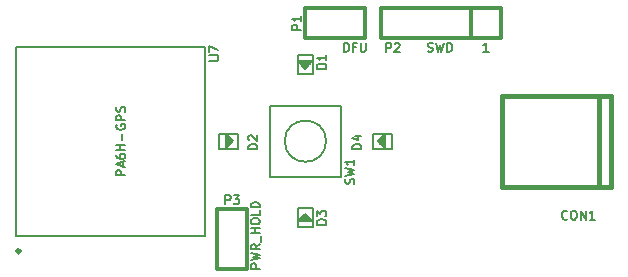
<source format=gto>
G04 (created by PCBNEW (2013-mar-13)-testing) date Mon 25 May 2015 11:56:23 PM EDT*
%MOIN*%
G04 Gerber Fmt 3.4, Leading zero omitted, Abs format*
%FSLAX34Y34*%
G01*
G70*
G90*
G04 APERTURE LIST*
%ADD10C,0.005906*%
%ADD11C,0.005118*%
%ADD12C,0.015000*%
%ADD13C,0.005000*%
%ADD14C,0.012000*%
%ADD15C,0.011811*%
G04 APERTURE END LIST*
G54D10*
G54D11*
X43510Y-45253D02*
X43339Y-45253D01*
X43425Y-45253D02*
X43425Y-44953D01*
X43396Y-44996D01*
X43368Y-45025D01*
X43339Y-45039D01*
X41482Y-45239D02*
X41525Y-45253D01*
X41596Y-45253D01*
X41625Y-45239D01*
X41639Y-45225D01*
X41654Y-45196D01*
X41654Y-45168D01*
X41639Y-45139D01*
X41625Y-45125D01*
X41596Y-45110D01*
X41539Y-45096D01*
X41511Y-45082D01*
X41496Y-45068D01*
X41482Y-45039D01*
X41482Y-45010D01*
X41496Y-44982D01*
X41511Y-44968D01*
X41539Y-44953D01*
X41611Y-44953D01*
X41654Y-44968D01*
X41754Y-44953D02*
X41825Y-45253D01*
X41882Y-45039D01*
X41939Y-45253D01*
X42011Y-44953D01*
X42125Y-45253D02*
X42125Y-44953D01*
X42196Y-44953D01*
X42239Y-44968D01*
X42268Y-44996D01*
X42282Y-45025D01*
X42296Y-45082D01*
X42296Y-45125D01*
X42282Y-45182D01*
X42268Y-45210D01*
X42239Y-45239D01*
X42196Y-45253D01*
X42125Y-45253D01*
X38690Y-45253D02*
X38690Y-44953D01*
X38762Y-44953D01*
X38805Y-44968D01*
X38833Y-44996D01*
X38847Y-45025D01*
X38862Y-45082D01*
X38862Y-45125D01*
X38847Y-45182D01*
X38833Y-45210D01*
X38805Y-45239D01*
X38762Y-45253D01*
X38690Y-45253D01*
X39090Y-45096D02*
X38990Y-45096D01*
X38990Y-45253D02*
X38990Y-44953D01*
X39133Y-44953D01*
X39247Y-44953D02*
X39247Y-45196D01*
X39262Y-45225D01*
X39276Y-45239D01*
X39305Y-45253D01*
X39362Y-45253D01*
X39390Y-45239D01*
X39405Y-45225D01*
X39419Y-45196D01*
X39419Y-44953D01*
X35883Y-52477D02*
X35583Y-52477D01*
X35583Y-52363D01*
X35598Y-52335D01*
X35612Y-52320D01*
X35640Y-52306D01*
X35683Y-52306D01*
X35712Y-52320D01*
X35726Y-52335D01*
X35740Y-52363D01*
X35740Y-52477D01*
X35583Y-52206D02*
X35883Y-52135D01*
X35669Y-52077D01*
X35883Y-52020D01*
X35583Y-51949D01*
X35883Y-51663D02*
X35740Y-51763D01*
X35883Y-51835D02*
X35583Y-51835D01*
X35583Y-51720D01*
X35598Y-51692D01*
X35612Y-51677D01*
X35640Y-51663D01*
X35683Y-51663D01*
X35712Y-51677D01*
X35726Y-51692D01*
X35740Y-51720D01*
X35740Y-51835D01*
X35912Y-51606D02*
X35912Y-51377D01*
X35883Y-51306D02*
X35583Y-51306D01*
X35726Y-51306D02*
X35726Y-51135D01*
X35883Y-51135D02*
X35583Y-51135D01*
X35583Y-50935D02*
X35583Y-50877D01*
X35598Y-50849D01*
X35626Y-50820D01*
X35683Y-50806D01*
X35783Y-50806D01*
X35840Y-50820D01*
X35869Y-50849D01*
X35883Y-50877D01*
X35883Y-50935D01*
X35869Y-50963D01*
X35840Y-50992D01*
X35783Y-51006D01*
X35683Y-51006D01*
X35626Y-50992D01*
X35598Y-50963D01*
X35583Y-50935D01*
X35883Y-50535D02*
X35883Y-50677D01*
X35583Y-50677D01*
X35883Y-50435D02*
X35583Y-50435D01*
X35583Y-50363D01*
X35598Y-50320D01*
X35626Y-50292D01*
X35655Y-50277D01*
X35712Y-50263D01*
X35755Y-50263D01*
X35812Y-50277D01*
X35840Y-50292D01*
X35869Y-50320D01*
X35883Y-50363D01*
X35883Y-50435D01*
G54D12*
X47184Y-49744D02*
X47184Y-46712D01*
X47578Y-49744D02*
X47578Y-46712D01*
X47578Y-46712D02*
X43956Y-46712D01*
X43956Y-46712D02*
X43956Y-49744D01*
X43956Y-49744D02*
X47578Y-49744D01*
G54D13*
X37647Y-45984D02*
X37155Y-45984D01*
X37647Y-45354D02*
X37647Y-45984D01*
X37155Y-45354D02*
X37647Y-45354D01*
X37155Y-45984D02*
X37155Y-45354D01*
G54D10*
X37401Y-45807D02*
X37637Y-45570D01*
X37165Y-45570D02*
X37401Y-45807D01*
X37637Y-45570D02*
X37165Y-45570D01*
X37559Y-45649D02*
X37283Y-45649D01*
X37559Y-45610D02*
X37244Y-45610D01*
X37480Y-45688D02*
X37322Y-45688D01*
X37362Y-45728D02*
X37480Y-45688D01*
X37480Y-45728D02*
X37362Y-45728D01*
G54D13*
X35157Y-47982D02*
X35157Y-48474D01*
X34527Y-47982D02*
X35157Y-47982D01*
X34527Y-48474D02*
X34527Y-47982D01*
X35157Y-48474D02*
X34527Y-48474D01*
G54D10*
X34980Y-48228D02*
X34744Y-47992D01*
X34744Y-48464D02*
X34980Y-48228D01*
X34744Y-47992D02*
X34744Y-48464D01*
X34822Y-48070D02*
X34822Y-48346D01*
X34783Y-48070D02*
X34783Y-48385D01*
X34862Y-48149D02*
X34862Y-48307D01*
X34901Y-48267D02*
X34862Y-48149D01*
X34901Y-48149D02*
X34901Y-48267D01*
G54D13*
X37155Y-50472D02*
X37647Y-50472D01*
X37155Y-51102D02*
X37155Y-50472D01*
X37647Y-51102D02*
X37155Y-51102D01*
X37647Y-50472D02*
X37647Y-51102D01*
G54D10*
X37401Y-50649D02*
X37165Y-50885D01*
X37637Y-50885D02*
X37401Y-50649D01*
X37165Y-50885D02*
X37637Y-50885D01*
X37244Y-50807D02*
X37519Y-50807D01*
X37244Y-50846D02*
X37559Y-50846D01*
X37322Y-50767D02*
X37480Y-50767D01*
X37440Y-50728D02*
X37322Y-50767D01*
X37322Y-50728D02*
X37440Y-50728D01*
G54D13*
X39645Y-48474D02*
X39645Y-47982D01*
X40275Y-48474D02*
X39645Y-48474D01*
X40275Y-47982D02*
X40275Y-48474D01*
X39645Y-47982D02*
X40275Y-47982D01*
G54D10*
X39822Y-48228D02*
X40059Y-48464D01*
X40059Y-47992D02*
X39822Y-48228D01*
X40059Y-48464D02*
X40059Y-47992D01*
X39980Y-48385D02*
X39980Y-48110D01*
X40019Y-48385D02*
X40019Y-48070D01*
X39940Y-48307D02*
X39940Y-48149D01*
X39901Y-48188D02*
X39940Y-48307D01*
X39901Y-48307D02*
X39901Y-48188D01*
G54D14*
X37385Y-44791D02*
X37385Y-43791D01*
X37385Y-43791D02*
X39385Y-43791D01*
X39385Y-43791D02*
X39385Y-44791D01*
X39385Y-44791D02*
X37385Y-44791D01*
X43929Y-44791D02*
X43929Y-44791D01*
X43929Y-43791D02*
X43929Y-44791D01*
X43929Y-44791D02*
X43929Y-44791D01*
X43929Y-44791D02*
X39929Y-44791D01*
X39929Y-44791D02*
X39929Y-43791D01*
X39929Y-43791D02*
X43929Y-43791D01*
X42929Y-43791D02*
X42929Y-44791D01*
X34440Y-50476D02*
X35440Y-50476D01*
X35440Y-50476D02*
X35440Y-52476D01*
X35440Y-52476D02*
X34440Y-52476D01*
X34440Y-52476D02*
X34440Y-50476D01*
G54D10*
X36220Y-47047D02*
X38582Y-47047D01*
X38582Y-47047D02*
X38582Y-49409D01*
X38582Y-49409D02*
X36220Y-49409D01*
X36220Y-49409D02*
X36220Y-47047D01*
X38090Y-48228D02*
G75*
G03X38090Y-48228I-688J0D01*
G74*
G01*
G54D15*
X27890Y-51889D02*
G75*
G03X27890Y-51889I-55J0D01*
G74*
G01*
G54D10*
X27755Y-51377D02*
X27755Y-45078D01*
X27755Y-45078D02*
X34055Y-45078D01*
X34055Y-45078D02*
X34055Y-51377D01*
X34055Y-51377D02*
X27755Y-51377D01*
G54D11*
X46131Y-50815D02*
X46117Y-50830D01*
X46074Y-50844D01*
X46046Y-50844D01*
X46003Y-50830D01*
X45974Y-50801D01*
X45960Y-50772D01*
X45946Y-50715D01*
X45946Y-50672D01*
X45960Y-50615D01*
X45974Y-50587D01*
X46003Y-50558D01*
X46046Y-50544D01*
X46074Y-50544D01*
X46117Y-50558D01*
X46131Y-50572D01*
X46317Y-50544D02*
X46374Y-50544D01*
X46403Y-50558D01*
X46431Y-50587D01*
X46446Y-50644D01*
X46446Y-50744D01*
X46431Y-50801D01*
X46403Y-50830D01*
X46374Y-50844D01*
X46317Y-50844D01*
X46288Y-50830D01*
X46260Y-50801D01*
X46246Y-50744D01*
X46246Y-50644D01*
X46260Y-50587D01*
X46288Y-50558D01*
X46317Y-50544D01*
X46574Y-50844D02*
X46574Y-50544D01*
X46746Y-50844D01*
X46746Y-50544D01*
X47046Y-50844D02*
X46874Y-50844D01*
X46960Y-50844D02*
X46960Y-50544D01*
X46931Y-50587D01*
X46903Y-50615D01*
X46874Y-50630D01*
X38088Y-45811D02*
X37788Y-45811D01*
X37788Y-45740D01*
X37802Y-45697D01*
X37831Y-45669D01*
X37859Y-45654D01*
X37917Y-45640D01*
X37959Y-45640D01*
X38017Y-45654D01*
X38045Y-45669D01*
X38074Y-45697D01*
X38088Y-45740D01*
X38088Y-45811D01*
X38088Y-45354D02*
X38088Y-45526D01*
X38088Y-45440D02*
X37788Y-45440D01*
X37831Y-45469D01*
X37859Y-45497D01*
X37874Y-45526D01*
X35805Y-48489D02*
X35505Y-48489D01*
X35505Y-48417D01*
X35519Y-48374D01*
X35547Y-48346D01*
X35576Y-48332D01*
X35633Y-48317D01*
X35676Y-48317D01*
X35733Y-48332D01*
X35762Y-48346D01*
X35790Y-48374D01*
X35805Y-48417D01*
X35805Y-48489D01*
X35533Y-48203D02*
X35519Y-48189D01*
X35505Y-48160D01*
X35505Y-48089D01*
X35519Y-48060D01*
X35533Y-48046D01*
X35562Y-48032D01*
X35590Y-48032D01*
X35633Y-48046D01*
X35805Y-48217D01*
X35805Y-48032D01*
X38088Y-51008D02*
X37788Y-51008D01*
X37788Y-50937D01*
X37802Y-50894D01*
X37831Y-50865D01*
X37859Y-50851D01*
X37917Y-50837D01*
X37959Y-50837D01*
X38017Y-50851D01*
X38045Y-50865D01*
X38074Y-50894D01*
X38088Y-50937D01*
X38088Y-51008D01*
X37788Y-50737D02*
X37788Y-50551D01*
X37902Y-50651D01*
X37902Y-50608D01*
X37917Y-50580D01*
X37931Y-50565D01*
X37959Y-50551D01*
X38031Y-50551D01*
X38059Y-50565D01*
X38074Y-50580D01*
X38088Y-50608D01*
X38088Y-50694D01*
X38074Y-50723D01*
X38059Y-50737D01*
X39269Y-48489D02*
X38969Y-48489D01*
X38969Y-48417D01*
X38983Y-48374D01*
X39012Y-48346D01*
X39041Y-48332D01*
X39098Y-48317D01*
X39141Y-48317D01*
X39198Y-48332D01*
X39226Y-48346D01*
X39255Y-48374D01*
X39269Y-48417D01*
X39269Y-48489D01*
X39069Y-48060D02*
X39269Y-48060D01*
X38955Y-48132D02*
X39169Y-48203D01*
X39169Y-48017D01*
X37261Y-44512D02*
X36961Y-44512D01*
X36961Y-44398D01*
X36975Y-44369D01*
X36990Y-44355D01*
X37018Y-44341D01*
X37061Y-44341D01*
X37090Y-44355D01*
X37104Y-44369D01*
X37118Y-44398D01*
X37118Y-44512D01*
X37261Y-44055D02*
X37261Y-44227D01*
X37261Y-44141D02*
X36961Y-44141D01*
X37004Y-44169D01*
X37033Y-44198D01*
X37047Y-44227D01*
X40093Y-45253D02*
X40093Y-44953D01*
X40207Y-44953D01*
X40236Y-44968D01*
X40250Y-44982D01*
X40264Y-45010D01*
X40264Y-45053D01*
X40250Y-45082D01*
X40236Y-45096D01*
X40207Y-45110D01*
X40093Y-45110D01*
X40379Y-44982D02*
X40393Y-44968D01*
X40422Y-44953D01*
X40493Y-44953D01*
X40522Y-44968D01*
X40536Y-44982D01*
X40550Y-45010D01*
X40550Y-45039D01*
X40536Y-45082D01*
X40364Y-45253D01*
X40550Y-45253D01*
X34739Y-50332D02*
X34739Y-50032D01*
X34853Y-50032D01*
X34882Y-50046D01*
X34896Y-50061D01*
X34910Y-50089D01*
X34910Y-50132D01*
X34896Y-50161D01*
X34882Y-50175D01*
X34853Y-50189D01*
X34739Y-50189D01*
X35010Y-50032D02*
X35196Y-50032D01*
X35096Y-50146D01*
X35139Y-50146D01*
X35167Y-50161D01*
X35182Y-50175D01*
X35196Y-50203D01*
X35196Y-50275D01*
X35182Y-50303D01*
X35167Y-50318D01*
X35139Y-50332D01*
X35053Y-50332D01*
X35024Y-50318D01*
X35010Y-50303D01*
X39019Y-49651D02*
X39033Y-49609D01*
X39033Y-49537D01*
X39019Y-49509D01*
X39004Y-49494D01*
X38976Y-49480D01*
X38947Y-49480D01*
X38919Y-49494D01*
X38904Y-49509D01*
X38890Y-49537D01*
X38876Y-49594D01*
X38861Y-49623D01*
X38847Y-49637D01*
X38819Y-49651D01*
X38790Y-49651D01*
X38761Y-49637D01*
X38747Y-49623D01*
X38733Y-49594D01*
X38733Y-49523D01*
X38747Y-49480D01*
X38733Y-49380D02*
X39033Y-49309D01*
X38819Y-49251D01*
X39033Y-49194D01*
X38733Y-49123D01*
X39033Y-48851D02*
X39033Y-49023D01*
X39033Y-48937D02*
X38733Y-48937D01*
X38776Y-48966D01*
X38804Y-48994D01*
X38819Y-49023D01*
X34205Y-45543D02*
X34448Y-45543D01*
X34477Y-45529D01*
X34491Y-45514D01*
X34505Y-45486D01*
X34505Y-45429D01*
X34491Y-45400D01*
X34477Y-45386D01*
X34448Y-45372D01*
X34205Y-45372D01*
X34205Y-45257D02*
X34205Y-45057D01*
X34505Y-45186D01*
X31395Y-49364D02*
X31095Y-49364D01*
X31095Y-49249D01*
X31109Y-49221D01*
X31124Y-49206D01*
X31152Y-49192D01*
X31195Y-49192D01*
X31224Y-49206D01*
X31238Y-49221D01*
X31252Y-49249D01*
X31252Y-49364D01*
X31309Y-49078D02*
X31309Y-48935D01*
X31395Y-49106D02*
X31095Y-49006D01*
X31395Y-48906D01*
X31095Y-48678D02*
X31095Y-48735D01*
X31109Y-48764D01*
X31124Y-48778D01*
X31166Y-48806D01*
X31224Y-48821D01*
X31338Y-48821D01*
X31366Y-48806D01*
X31381Y-48792D01*
X31395Y-48764D01*
X31395Y-48706D01*
X31381Y-48678D01*
X31366Y-48664D01*
X31338Y-48649D01*
X31266Y-48649D01*
X31238Y-48664D01*
X31224Y-48678D01*
X31209Y-48706D01*
X31209Y-48764D01*
X31224Y-48792D01*
X31238Y-48806D01*
X31266Y-48821D01*
X31395Y-48521D02*
X31095Y-48521D01*
X31238Y-48521D02*
X31238Y-48349D01*
X31395Y-48349D02*
X31095Y-48349D01*
X31281Y-48206D02*
X31281Y-47978D01*
X31109Y-47678D02*
X31095Y-47706D01*
X31095Y-47749D01*
X31109Y-47792D01*
X31138Y-47821D01*
X31166Y-47835D01*
X31224Y-47849D01*
X31266Y-47849D01*
X31324Y-47835D01*
X31352Y-47821D01*
X31381Y-47792D01*
X31395Y-47749D01*
X31395Y-47721D01*
X31381Y-47678D01*
X31366Y-47664D01*
X31266Y-47664D01*
X31266Y-47721D01*
X31395Y-47535D02*
X31095Y-47535D01*
X31095Y-47421D01*
X31109Y-47392D01*
X31124Y-47378D01*
X31152Y-47364D01*
X31195Y-47364D01*
X31224Y-47378D01*
X31238Y-47392D01*
X31252Y-47421D01*
X31252Y-47535D01*
X31381Y-47249D02*
X31395Y-47206D01*
X31395Y-47135D01*
X31381Y-47106D01*
X31366Y-47092D01*
X31338Y-47078D01*
X31309Y-47078D01*
X31281Y-47092D01*
X31266Y-47106D01*
X31252Y-47135D01*
X31238Y-47192D01*
X31224Y-47221D01*
X31209Y-47235D01*
X31181Y-47249D01*
X31152Y-47249D01*
X31124Y-47235D01*
X31109Y-47221D01*
X31095Y-47192D01*
X31095Y-47121D01*
X31109Y-47078D01*
M02*

</source>
